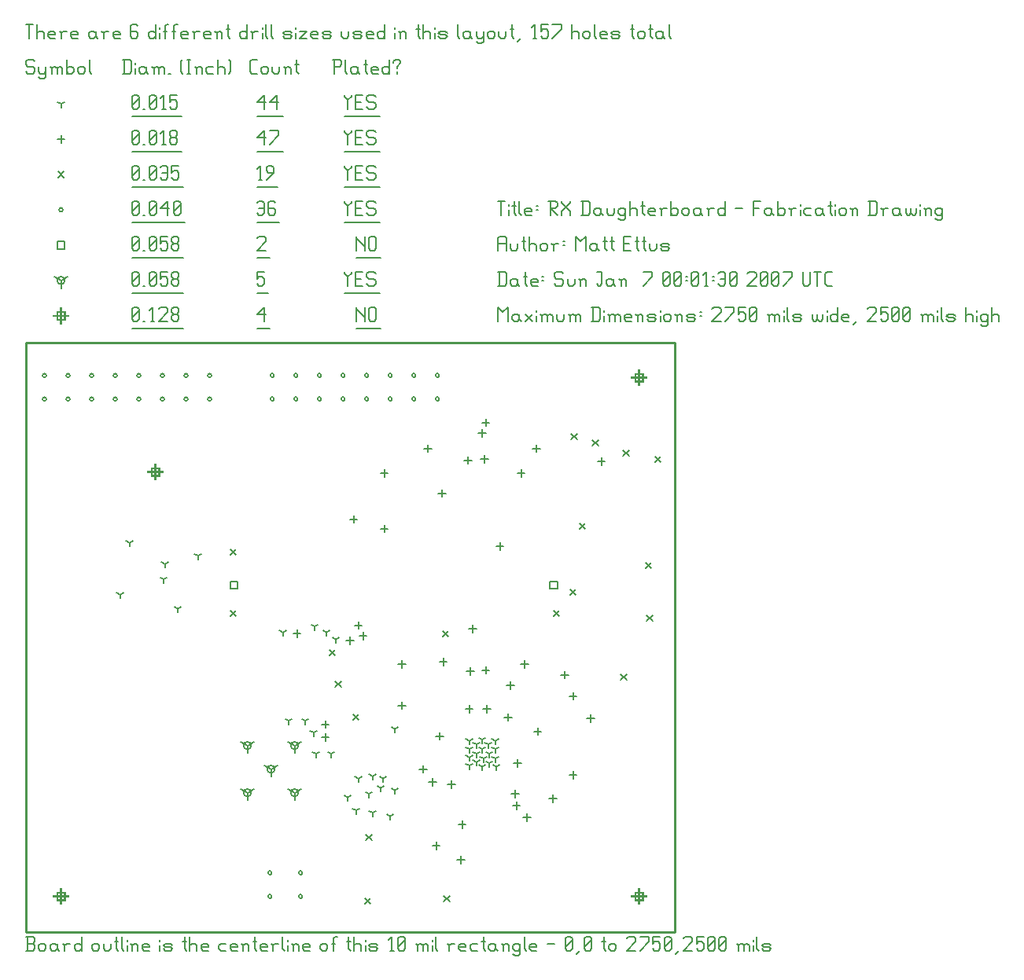
<source format=gbr>
G04 start of page 14 for group -3984 idx -3984
G04 Title: RX Daughterboard, fab *
G04 Creator: pcb-bin 1.99u *
G04 CreationDate: Sun Jan  7 00:01:30 2007 UTC *
G04 For: matt *
G04 Format: Gerber/RS-274X *
G04 PCB-Dimensions: 275000 250000 *
G04 PCB-Coordinate-Origin: lower left *
%MOIN*%
%FSLAX24Y24*%
%LNFAB*%
%ADD11R,0.0080X0.0080*%
%ADD12C,0.0060*%
%ADD13C,0.0100*%
G54D11*X1500Y1820D02*Y1180D01*
X1180Y1500D02*X1820D01*
X1340Y1660D02*X1660D01*
X1340D02*Y1340D01*
X1660D01*
Y1660D02*Y1340D01*
X26000Y1820D02*Y1180D01*
X25680Y1500D02*X26320D01*
X25840Y1660D02*X26160D01*
X25840D02*Y1340D01*
X26160D01*
Y1660D02*Y1340D01*
X26000Y23820D02*Y23180D01*
X25680Y23500D02*X26320D01*
X25840Y23660D02*X26160D01*
X25840D02*Y23340D01*
X26160D01*
Y23660D02*Y23340D01*
X5500Y19820D02*Y19180D01*
X5180Y19500D02*X5820D01*
X5340Y19660D02*X5660D01*
X5340D02*Y19340D01*
X5660D01*
Y19660D02*Y19340D01*
X1500Y26445D02*Y25805D01*
X1180Y26125D02*X1820D01*
X1340Y26285D02*X1660D01*
X1340D02*Y25965D01*
X1660D01*
Y26285D02*Y25965D01*
G54D12*X14000Y26500D02*Y25900D01*
Y26500D02*Y26425D01*
X14375Y26050D01*
Y26500D02*Y25900D01*
X14555Y26425D02*Y25975D01*
Y26425D02*X14630Y26500D01*
X14780D01*
X14855Y26425D01*
Y25975D01*
X14780Y25900D02*X14855Y25975D01*
X14630Y25900D02*X14780D01*
X14555Y25975D02*X14630Y25900D01*
X14000Y25574D02*X15035D01*
X9800Y26200D02*X10100Y26500D01*
X9800Y26200D02*X10175D01*
X10100Y26500D02*Y25900D01*
X9800Y25574D02*X10355D01*
X4500Y25975D02*X4575Y25900D01*
X4500Y26425D02*Y25975D01*
Y26425D02*X4575Y26500D01*
X4725D01*
X4800Y26425D01*
Y25975D01*
X4725Y25900D02*X4800Y25975D01*
X4575Y25900D02*X4725D01*
X4500Y26050D02*X4800Y26350D01*
X4980Y25900D02*X5055D01*
X5310D02*X5460D01*
X5385Y26500D02*Y25900D01*
X5235Y26350D02*X5385Y26500D01*
X5640Y26425D02*X5715Y26500D01*
X5940D01*
X6015Y26425D01*
Y26275D01*
X5640Y25900D02*X6015Y26275D01*
X5640Y25900D02*X6015D01*
X6195Y25975D02*X6270Y25900D01*
X6195Y26125D02*Y25975D01*
Y26125D02*X6270Y26200D01*
X6420D01*
X6495Y26125D01*
Y25975D01*
X6420Y25900D02*X6495Y25975D01*
X6270Y25900D02*X6420D01*
X6195Y26275D02*X6270Y26200D01*
X6195Y26425D02*Y26275D01*
Y26425D02*X6270Y26500D01*
X6420D01*
X6495Y26425D01*
Y26275D01*
X6420Y26200D02*X6495Y26275D01*
X4500Y25574D02*X6675D01*
X10400Y6900D02*Y6580D01*
Y6900D02*X10677Y7060D01*
X10400Y6900D02*X10122Y7060D01*
X10240Y6900D02*G75*G03X10560Y6900I160J0D01*G01*
G75*G03X10240Y6900I-160J0D01*G01*
X11400Y7900D02*Y7580D01*
Y7900D02*X11677Y8060D01*
X11400Y7900D02*X11122Y8060D01*
X11240Y7900D02*G75*G03X11560Y7900I160J0D01*G01*
G75*G03X11240Y7900I-160J0D01*G01*
X11400Y5900D02*Y5580D01*
Y5900D02*X11677Y6060D01*
X11400Y5900D02*X11122Y6060D01*
X11240Y5900D02*G75*G03X11560Y5900I160J0D01*G01*
G75*G03X11240Y5900I-160J0D01*G01*
X9400Y7900D02*Y7580D01*
Y7900D02*X9677Y8060D01*
X9400Y7900D02*X9122Y8060D01*
X9240Y7900D02*G75*G03X9560Y7900I160J0D01*G01*
G75*G03X9240Y7900I-160J0D01*G01*
X9400Y5900D02*Y5580D01*
Y5900D02*X9677Y6060D01*
X9400Y5900D02*X9122Y6060D01*
X9240Y5900D02*G75*G03X9560Y5900I160J0D01*G01*
G75*G03X9240Y5900I-160J0D01*G01*
X8670Y14860D02*X8990D01*
X8670D02*Y14540D01*
X8990D01*
Y14860D02*Y14540D01*
X22213Y14860D02*X22533D01*
X22213D02*Y14540D01*
X22533D01*
Y14860D02*Y14540D01*
X1500Y27625D02*Y27305D01*
Y27625D02*X1777Y27785D01*
X1500Y27625D02*X1222Y27785D01*
X1340Y27625D02*G75*G03X1660Y27625I160J0D01*G01*
G75*G03X1340Y27625I-160J0D01*G01*
X13500Y28000D02*Y27925D01*
X13650Y27775D01*
X13800Y27925D01*
Y28000D02*Y27925D01*
X13650Y27775D02*Y27400D01*
X13980Y27700D02*X14205D01*
X13980Y27400D02*X14280D01*
X13980Y28000D02*Y27400D01*
Y28000D02*X14280D01*
X14760D02*X14835Y27925D01*
X14535Y28000D02*X14760D01*
X14460Y27925D02*X14535Y28000D01*
X14460Y27925D02*Y27775D01*
X14535Y27700D01*
X14760D01*
X14835Y27625D01*
Y27475D01*
X14760Y27400D02*X14835Y27475D01*
X14535Y27400D02*X14760D01*
X14460Y27475D02*X14535Y27400D01*
X13500Y27074D02*X15015D01*
X9800Y28000D02*X10100D01*
X9800D02*Y27700D01*
X9875Y27775D01*
X10025D01*
X10100Y27700D01*
Y27475D01*
X10025Y27400D02*X10100Y27475D01*
X9875Y27400D02*X10025D01*
X9800Y27475D02*X9875Y27400D01*
X9800Y27074D02*X10280D01*
X1340Y29285D02*X1660D01*
X1340D02*Y28965D01*
X1660D01*
Y29285D02*Y28965D01*
X14000Y29500D02*Y28900D01*
Y29500D02*Y29425D01*
X14375Y29050D01*
Y29500D02*Y28900D01*
X14555Y29425D02*Y28975D01*
Y29425D02*X14630Y29500D01*
X14780D01*
X14855Y29425D01*
Y28975D01*
X14780Y28900D02*X14855Y28975D01*
X14630Y28900D02*X14780D01*
X14555Y28975D02*X14630Y28900D01*
X14000Y28574D02*X15035D01*
X9800Y29425D02*X9875Y29500D01*
X10100D01*
X10175Y29425D01*
Y29275D01*
X9800Y28900D02*X10175Y29275D01*
X9800Y28900D02*X10175D01*
X9800Y28574D02*X10355D01*
X4500Y28975D02*X4575Y28900D01*
X4500Y29425D02*Y28975D01*
Y29425D02*X4575Y29500D01*
X4725D01*
X4800Y29425D01*
Y28975D01*
X4725Y28900D02*X4800Y28975D01*
X4575Y28900D02*X4725D01*
X4500Y29050D02*X4800Y29350D01*
X4980Y28900D02*X5055D01*
X5235Y28975D02*X5310Y28900D01*
X5235Y29425D02*Y28975D01*
Y29425D02*X5310Y29500D01*
X5460D01*
X5535Y29425D01*
Y28975D01*
X5460Y28900D02*X5535Y28975D01*
X5310Y28900D02*X5460D01*
X5235Y29050D02*X5535Y29350D01*
X5715Y29500D02*X6015D01*
X5715D02*Y29200D01*
X5790Y29275D01*
X5940D01*
X6015Y29200D01*
Y28975D01*
X5940Y28900D02*X6015Y28975D01*
X5790Y28900D02*X5940D01*
X5715Y28975D02*X5790Y28900D01*
X6195Y28975D02*X6270Y28900D01*
X6195Y29125D02*Y28975D01*
Y29125D02*X6270Y29200D01*
X6420D01*
X6495Y29125D01*
Y28975D01*
X6420Y28900D02*X6495Y28975D01*
X6270Y28900D02*X6420D01*
X6195Y29275D02*X6270Y29200D01*
X6195Y29425D02*Y29275D01*
Y29425D02*X6270Y29500D01*
X6420D01*
X6495Y29425D01*
Y29275D01*
X6420Y29200D02*X6495Y29275D01*
X4500Y28574D02*X6675D01*
X4500Y27475D02*X4575Y27400D01*
X4500Y27925D02*Y27475D01*
Y27925D02*X4575Y28000D01*
X4725D01*
X4800Y27925D01*
Y27475D01*
X4725Y27400D02*X4800Y27475D01*
X4575Y27400D02*X4725D01*
X4500Y27550D02*X4800Y27850D01*
X4980Y27400D02*X5055D01*
X5235Y27475D02*X5310Y27400D01*
X5235Y27925D02*Y27475D01*
Y27925D02*X5310Y28000D01*
X5460D01*
X5535Y27925D01*
Y27475D01*
X5460Y27400D02*X5535Y27475D01*
X5310Y27400D02*X5460D01*
X5235Y27550D02*X5535Y27850D01*
X5715Y28000D02*X6015D01*
X5715D02*Y27700D01*
X5790Y27775D01*
X5940D01*
X6015Y27700D01*
Y27475D01*
X5940Y27400D02*X6015Y27475D01*
X5790Y27400D02*X5940D01*
X5715Y27475D02*X5790Y27400D01*
X6195Y27475D02*X6270Y27400D01*
X6195Y27625D02*Y27475D01*
Y27625D02*X6270Y27700D01*
X6420D01*
X6495Y27625D01*
Y27475D01*
X6420Y27400D02*X6495Y27475D01*
X6270Y27400D02*X6420D01*
X6195Y27775D02*X6270Y27700D01*
X6195Y27925D02*Y27775D01*
Y27925D02*X6270Y28000D01*
X6420D01*
X6495Y27925D01*
Y27775D01*
X6420Y27700D02*X6495Y27775D01*
X4500Y27074D02*X6675D01*
X11570Y2500D02*G75*G03X11730Y2500I80J0D01*G01*
G75*G03X11570Y2500I-80J0D01*G01*
Y1500D02*G75*G03X11730Y1500I80J0D01*G01*
G75*G03X11570Y1500I-80J0D01*G01*
X10370Y22600D02*G75*G03X10530Y22600I80J0D01*G01*
G75*G03X10370Y22600I-80J0D01*G01*
Y23600D02*G75*G03X10530Y23600I80J0D01*G01*
G75*G03X10370Y23600I-80J0D01*G01*
X11370Y22600D02*G75*G03X11530Y22600I80J0D01*G01*
G75*G03X11370Y22600I-80J0D01*G01*
Y23600D02*G75*G03X11530Y23600I80J0D01*G01*
G75*G03X11370Y23600I-80J0D01*G01*
X12370Y22600D02*G75*G03X12530Y22600I80J0D01*G01*
G75*G03X12370Y22600I-80J0D01*G01*
Y23600D02*G75*G03X12530Y23600I80J0D01*G01*
G75*G03X12370Y23600I-80J0D01*G01*
X13370Y22600D02*G75*G03X13530Y22600I80J0D01*G01*
G75*G03X13370Y22600I-80J0D01*G01*
Y23600D02*G75*G03X13530Y23600I80J0D01*G01*
G75*G03X13370Y23600I-80J0D01*G01*
X14370Y22600D02*G75*G03X14530Y22600I80J0D01*G01*
G75*G03X14370Y22600I-80J0D01*G01*
Y23600D02*G75*G03X14530Y23600I80J0D01*G01*
G75*G03X14370Y23600I-80J0D01*G01*
X15370Y22600D02*G75*G03X15530Y22600I80J0D01*G01*
G75*G03X15370Y22600I-80J0D01*G01*
Y23600D02*G75*G03X15530Y23600I80J0D01*G01*
G75*G03X15370Y23600I-80J0D01*G01*
X16370Y22600D02*G75*G03X16530Y22600I80J0D01*G01*
G75*G03X16370Y22600I-80J0D01*G01*
Y23600D02*G75*G03X16530Y23600I80J0D01*G01*
G75*G03X16370Y23600I-80J0D01*G01*
X17370Y22600D02*G75*G03X17530Y22600I80J0D01*G01*
G75*G03X17370Y22600I-80J0D01*G01*
Y23600D02*G75*G03X17530Y23600I80J0D01*G01*
G75*G03X17370Y23600I-80J0D01*G01*
X720Y22600D02*G75*G03X880Y22600I80J0D01*G01*
G75*G03X720Y22600I-80J0D01*G01*
Y23600D02*G75*G03X880Y23600I80J0D01*G01*
G75*G03X720Y23600I-80J0D01*G01*
X1720Y22600D02*G75*G03X1880Y22600I80J0D01*G01*
G75*G03X1720Y22600I-80J0D01*G01*
Y23600D02*G75*G03X1880Y23600I80J0D01*G01*
G75*G03X1720Y23600I-80J0D01*G01*
X2720Y22600D02*G75*G03X2880Y22600I80J0D01*G01*
G75*G03X2720Y22600I-80J0D01*G01*
Y23600D02*G75*G03X2880Y23600I80J0D01*G01*
G75*G03X2720Y23600I-80J0D01*G01*
X3720Y22600D02*G75*G03X3880Y22600I80J0D01*G01*
G75*G03X3720Y22600I-80J0D01*G01*
Y23600D02*G75*G03X3880Y23600I80J0D01*G01*
G75*G03X3720Y23600I-80J0D01*G01*
X4720Y22600D02*G75*G03X4880Y22600I80J0D01*G01*
G75*G03X4720Y22600I-80J0D01*G01*
Y23600D02*G75*G03X4880Y23600I80J0D01*G01*
G75*G03X4720Y23600I-80J0D01*G01*
X5720Y22600D02*G75*G03X5880Y22600I80J0D01*G01*
G75*G03X5720Y22600I-80J0D01*G01*
Y23600D02*G75*G03X5880Y23600I80J0D01*G01*
G75*G03X5720Y23600I-80J0D01*G01*
X6720Y22600D02*G75*G03X6880Y22600I80J0D01*G01*
G75*G03X6720Y22600I-80J0D01*G01*
Y23600D02*G75*G03X6880Y23600I80J0D01*G01*
G75*G03X6720Y23600I-80J0D01*G01*
X7720Y22600D02*G75*G03X7880Y22600I80J0D01*G01*
G75*G03X7720Y22600I-80J0D01*G01*
Y23600D02*G75*G03X7880Y23600I80J0D01*G01*
G75*G03X7720Y23600I-80J0D01*G01*
X10270Y2500D02*G75*G03X10430Y2500I80J0D01*G01*
G75*G03X10270Y2500I-80J0D01*G01*
Y1500D02*G75*G03X10430Y1500I80J0D01*G01*
G75*G03X10270Y1500I-80J0D01*G01*
X1420Y30625D02*G75*G03X1580Y30625I80J0D01*G01*
G75*G03X1420Y30625I-80J0D01*G01*
X13500Y31000D02*Y30925D01*
X13650Y30775D01*
X13800Y30925D01*
Y31000D02*Y30925D01*
X13650Y30775D02*Y30400D01*
X13980Y30700D02*X14205D01*
X13980Y30400D02*X14280D01*
X13980Y31000D02*Y30400D01*
Y31000D02*X14280D01*
X14760D02*X14835Y30925D01*
X14535Y31000D02*X14760D01*
X14460Y30925D02*X14535Y31000D01*
X14460Y30925D02*Y30775D01*
X14535Y30700D01*
X14760D01*
X14835Y30625D01*
Y30475D01*
X14760Y30400D02*X14835Y30475D01*
X14535Y30400D02*X14760D01*
X14460Y30475D02*X14535Y30400D01*
X13500Y30074D02*X15015D01*
X9800Y30925D02*X9875Y31000D01*
X10025D01*
X10100Y30925D01*
Y30475D01*
X10025Y30400D02*X10100Y30475D01*
X9875Y30400D02*X10025D01*
X9800Y30475D02*X9875Y30400D01*
Y30700D02*X10100D01*
X10505Y31000D02*X10580Y30925D01*
X10355Y31000D02*X10505D01*
X10280Y30925D02*X10355Y31000D01*
X10280Y30925D02*Y30475D01*
X10355Y30400D01*
X10505Y30700D02*X10580Y30625D01*
X10280Y30700D02*X10505D01*
X10355Y30400D02*X10505D01*
X10580Y30475D01*
Y30625D02*Y30475D01*
X9800Y30074D02*X10760D01*
X4500Y30475D02*X4575Y30400D01*
X4500Y30925D02*Y30475D01*
Y30925D02*X4575Y31000D01*
X4725D01*
X4800Y30925D01*
Y30475D01*
X4725Y30400D02*X4800Y30475D01*
X4575Y30400D02*X4725D01*
X4500Y30550D02*X4800Y30850D01*
X4980Y30400D02*X5055D01*
X5235Y30475D02*X5310Y30400D01*
X5235Y30925D02*Y30475D01*
Y30925D02*X5310Y31000D01*
X5460D01*
X5535Y30925D01*
Y30475D01*
X5460Y30400D02*X5535Y30475D01*
X5310Y30400D02*X5460D01*
X5235Y30550D02*X5535Y30850D01*
X5715Y30700D02*X6015Y31000D01*
X5715Y30700D02*X6090D01*
X6015Y31000D02*Y30400D01*
X6270Y30475D02*X6345Y30400D01*
X6270Y30925D02*Y30475D01*
Y30925D02*X6345Y31000D01*
X6495D01*
X6570Y30925D01*
Y30475D01*
X6495Y30400D02*X6570Y30475D01*
X6345Y30400D02*X6495D01*
X6270Y30550D02*X6570Y30850D01*
X4500Y30074D02*X6750D01*
X8680Y13620D02*X8920Y13380D01*
X8680D02*X8920Y13620D01*
X8680Y16220D02*X8920Y15980D01*
X8680D02*X8920Y16220D01*
X13130Y10620D02*X13370Y10380D01*
X13130D02*X13370Y10620D01*
X22380Y13620D02*X22620Y13380D01*
X22380D02*X22620Y13620D01*
X25230Y10920D02*X25470Y10680D01*
X25230D02*X25470Y10920D01*
X23080Y14520D02*X23320Y14280D01*
X23080D02*X23320Y14520D01*
X26680Y20170D02*X26920Y19930D01*
X26680D02*X26920Y20170D01*
X25330Y20420D02*X25570Y20180D01*
X25330D02*X25570Y20420D01*
X23130Y21120D02*X23370Y20880D01*
X23130D02*X23370Y21120D01*
X17680Y12770D02*X17920Y12530D01*
X17680D02*X17920Y12770D01*
X13880Y9220D02*X14120Y8980D01*
X13880D02*X14120Y9220D01*
X17730Y1520D02*X17970Y1280D01*
X17730D02*X17970Y1520D01*
X14380Y1420D02*X14620Y1180D01*
X14380D02*X14620Y1420D01*
X12880Y11970D02*X13120Y11730D01*
X12880D02*X13120Y11970D01*
X23480Y17320D02*X23720Y17080D01*
X23480D02*X23720Y17320D01*
X24030Y20870D02*X24270Y20630D01*
X24030D02*X24270Y20870D01*
X26280Y15670D02*X26520Y15430D01*
X26280D02*X26520Y15670D01*
X26330Y13420D02*X26570Y13180D01*
X26330D02*X26570Y13420D01*
X14430Y4120D02*X14670Y3880D01*
X14430D02*X14670Y4120D01*
X1380Y32245D02*X1620Y32005D01*
X1380D02*X1620Y32245D01*
X13500Y32500D02*Y32425D01*
X13650Y32275D01*
X13800Y32425D01*
Y32500D02*Y32425D01*
X13650Y32275D02*Y31900D01*
X13980Y32200D02*X14205D01*
X13980Y31900D02*X14280D01*
X13980Y32500D02*Y31900D01*
Y32500D02*X14280D01*
X14760D02*X14835Y32425D01*
X14535Y32500D02*X14760D01*
X14460Y32425D02*X14535Y32500D01*
X14460Y32425D02*Y32275D01*
X14535Y32200D01*
X14760D01*
X14835Y32125D01*
Y31975D01*
X14760Y31900D02*X14835Y31975D01*
X14535Y31900D02*X14760D01*
X14460Y31975D02*X14535Y31900D01*
X13500Y31574D02*X15015D01*
X9875Y31900D02*X10025D01*
X9950Y32500D02*Y31900D01*
X9800Y32350D02*X9950Y32500D01*
X10205Y31900D02*X10505Y32200D01*
Y32425D02*Y32200D01*
X10430Y32500D02*X10505Y32425D01*
X10280Y32500D02*X10430D01*
X10205Y32425D02*X10280Y32500D01*
X10205Y32425D02*Y32275D01*
X10280Y32200D01*
X10505D01*
X9800Y31574D02*X10685D01*
X4500Y31975D02*X4575Y31900D01*
X4500Y32425D02*Y31975D01*
Y32425D02*X4575Y32500D01*
X4725D01*
X4800Y32425D01*
Y31975D01*
X4725Y31900D02*X4800Y31975D01*
X4575Y31900D02*X4725D01*
X4500Y32050D02*X4800Y32350D01*
X4980Y31900D02*X5055D01*
X5235Y31975D02*X5310Y31900D01*
X5235Y32425D02*Y31975D01*
Y32425D02*X5310Y32500D01*
X5460D01*
X5535Y32425D01*
Y31975D01*
X5460Y31900D02*X5535Y31975D01*
X5310Y31900D02*X5460D01*
X5235Y32050D02*X5535Y32350D01*
X5715Y32425D02*X5790Y32500D01*
X5940D01*
X6015Y32425D01*
Y31975D01*
X5940Y31900D02*X6015Y31975D01*
X5790Y31900D02*X5940D01*
X5715Y31975D02*X5790Y31900D01*
Y32200D02*X6015D01*
X6195Y32500D02*X6495D01*
X6195D02*Y32200D01*
X6270Y32275D01*
X6420D01*
X6495Y32200D01*
Y31975D01*
X6420Y31900D02*X6495Y31975D01*
X6270Y31900D02*X6420D01*
X6195Y31975D02*X6270Y31900D01*
X4500Y31574D02*X6675D01*
X11500Y12810D02*Y12490D01*
X11340Y12650D02*X11660D01*
X17700Y11610D02*Y11290D01*
X17540Y11450D02*X17860D01*
X16850Y7060D02*Y6740D01*
X16690Y6900D02*X17010D01*
X17250Y6510D02*Y6190D01*
X17090Y6350D02*X17410D01*
X20800Y5510D02*Y5190D01*
X20640Y5350D02*X20960D01*
X21650Y20660D02*Y20340D01*
X21490Y20500D02*X21810D01*
X24400Y20110D02*Y19790D01*
X24240Y19950D02*X24560D01*
X21000Y19610D02*Y19290D01*
X20840Y19450D02*X21160D01*
X19350Y21310D02*Y20990D01*
X19190Y21150D02*X19510D01*
X17050Y20660D02*Y20340D01*
X16890Y20500D02*X17210D01*
X19500Y11260D02*Y10940D01*
X19340Y11100D02*X19660D01*
X12700Y8960D02*Y8640D01*
X12540Y8800D02*X12860D01*
X12700Y8410D02*Y8090D01*
X12540Y8250D02*X12860D01*
X19450Y20210D02*Y19890D01*
X19290Y20050D02*X19610D01*
X19500Y21760D02*Y21440D01*
X19340Y21600D02*X19660D01*
X22350Y5810D02*Y5490D01*
X22190Y5650D02*X22510D01*
X23200Y6810D02*Y6490D01*
X23040Y6650D02*X23360D01*
X18450Y3210D02*Y2890D01*
X18290Y3050D02*X18610D01*
X18500Y4710D02*Y4390D01*
X18340Y4550D02*X18660D01*
X17550Y8460D02*Y8140D01*
X17390Y8300D02*X17710D01*
X21700Y8660D02*Y8340D01*
X21540Y8500D02*X21860D01*
X18750Y20160D02*Y19840D01*
X18590Y20000D02*X18910D01*
X21250Y5010D02*Y4690D01*
X21090Y4850D02*X21410D01*
X17400Y3810D02*Y3490D01*
X17240Y3650D02*X17560D01*
X18050Y6410D02*Y6090D01*
X17890Y6250D02*X18210D01*
X19550Y9610D02*Y9290D01*
X19390Y9450D02*X19710D01*
X18800Y9610D02*Y9290D01*
X18640Y9450D02*X18960D01*
X13900Y17660D02*Y17340D01*
X13740Y17500D02*X14060D01*
X20850Y7310D02*Y6990D01*
X20690Y7150D02*X21010D01*
X14100Y13160D02*Y12840D01*
X13940Y13000D02*X14260D01*
X13750Y12510D02*Y12190D01*
X13590Y12350D02*X13910D01*
X14300Y12710D02*Y12390D01*
X14140Y12550D02*X14460D01*
X18850Y11210D02*Y10890D01*
X18690Y11050D02*X19010D01*
X21150Y11510D02*Y11190D01*
X20990Y11350D02*X21310D01*
X23200Y10160D02*Y9840D01*
X23040Y10000D02*X23360D01*
X22850Y11060D02*Y10740D01*
X22690Y10900D02*X23010D01*
X20550Y10610D02*Y10290D01*
X20390Y10450D02*X20710D01*
X23950Y9210D02*Y8890D01*
X23790Y9050D02*X24110D01*
X15950Y11510D02*Y11190D01*
X15790Y11350D02*X16110D01*
X15950Y9760D02*Y9440D01*
X15790Y9600D02*X16110D01*
X20100Y16510D02*Y16190D01*
X19940Y16350D02*X20260D01*
X18950Y13010D02*Y12690D01*
X18790Y12850D02*X19110D01*
X20750Y6010D02*Y5690D01*
X20590Y5850D02*X20910D01*
X20450Y9260D02*Y8940D01*
X20290Y9100D02*X20610D01*
X17650Y18760D02*Y18440D01*
X17490Y18600D02*X17810D01*
X15200Y17260D02*Y16940D01*
X15040Y17100D02*X15360D01*
X15200Y19610D02*Y19290D01*
X15040Y19450D02*X15360D01*
X1500Y33785D02*Y33465D01*
X1340Y33625D02*X1660D01*
X13500Y34000D02*Y33925D01*
X13650Y33775D01*
X13800Y33925D01*
Y34000D02*Y33925D01*
X13650Y33775D02*Y33400D01*
X13980Y33700D02*X14205D01*
X13980Y33400D02*X14280D01*
X13980Y34000D02*Y33400D01*
Y34000D02*X14280D01*
X14760D02*X14835Y33925D01*
X14535Y34000D02*X14760D01*
X14460Y33925D02*X14535Y34000D01*
X14460Y33925D02*Y33775D01*
X14535Y33700D01*
X14760D01*
X14835Y33625D01*
Y33475D01*
X14760Y33400D02*X14835Y33475D01*
X14535Y33400D02*X14760D01*
X14460Y33475D02*X14535Y33400D01*
X13500Y33074D02*X15015D01*
X9800Y33700D02*X10100Y34000D01*
X9800Y33700D02*X10175D01*
X10100Y34000D02*Y33400D01*
X10355D02*X10730Y33775D01*
Y34000D02*Y33775D01*
X10355Y34000D02*X10730D01*
X9800Y33074D02*X10910D01*
X4500Y33475D02*X4575Y33400D01*
X4500Y33925D02*Y33475D01*
Y33925D02*X4575Y34000D01*
X4725D01*
X4800Y33925D01*
Y33475D01*
X4725Y33400D02*X4800Y33475D01*
X4575Y33400D02*X4725D01*
X4500Y33550D02*X4800Y33850D01*
X4980Y33400D02*X5055D01*
X5235Y33475D02*X5310Y33400D01*
X5235Y33925D02*Y33475D01*
Y33925D02*X5310Y34000D01*
X5460D01*
X5535Y33925D01*
Y33475D01*
X5460Y33400D02*X5535Y33475D01*
X5310Y33400D02*X5460D01*
X5235Y33550D02*X5535Y33850D01*
X5790Y33400D02*X5940D01*
X5865Y34000D02*Y33400D01*
X5715Y33850D02*X5865Y34000D01*
X6120Y33475D02*X6195Y33400D01*
X6120Y33625D02*Y33475D01*
Y33625D02*X6195Y33700D01*
X6345D01*
X6420Y33625D01*
Y33475D01*
X6345Y33400D02*X6420Y33475D01*
X6195Y33400D02*X6345D01*
X6120Y33775D02*X6195Y33700D01*
X6120Y33925D02*Y33775D01*
Y33925D02*X6195Y34000D01*
X6345D01*
X6420Y33925D01*
Y33775D01*
X6345Y33700D02*X6420Y33775D01*
X4500Y33074D02*X6600D01*
X5850Y14950D02*Y14790D01*
Y14950D02*X5988Y15030D01*
X5850Y14950D02*X5711Y15030D01*
X4400Y16500D02*Y16340D01*
Y16500D02*X4538Y16580D01*
X4400Y16500D02*X4261Y16580D01*
X5900Y15600D02*Y15440D01*
Y15600D02*X6038Y15680D01*
X5900Y15600D02*X5761Y15680D01*
X12750Y12700D02*Y12540D01*
Y12700D02*X12888Y12780D01*
X12750Y12700D02*X12611Y12780D01*
X7300Y15950D02*Y15790D01*
Y15950D02*X7438Y16030D01*
X7300Y15950D02*X7161Y16030D01*
X10900Y12700D02*Y12540D01*
Y12700D02*X11038Y12780D01*
X10900Y12700D02*X10761Y12780D01*
X6450Y13700D02*Y13540D01*
Y13700D02*X6588Y13780D01*
X6450Y13700D02*X6311Y13780D01*
X13150Y12400D02*Y12240D01*
Y12400D02*X13288Y12480D01*
X13150Y12400D02*X13011Y12480D01*
X4000Y14300D02*Y14140D01*
Y14300D02*X4138Y14380D01*
X4000Y14300D02*X3861Y14380D01*
X19900Y8100D02*Y7940D01*
Y8100D02*X20038Y8180D01*
X19900Y8100D02*X19761Y8180D01*
X15650Y6000D02*Y5840D01*
Y6000D02*X15788Y6080D01*
X15650Y6000D02*X15511Y6080D01*
X15650Y8600D02*Y8440D01*
Y8600D02*X15788Y8680D01*
X15650Y8600D02*X15511Y8680D01*
X12250Y12950D02*Y12790D01*
Y12950D02*X12388Y13030D01*
X12250Y12950D02*X12111Y13030D01*
X18800Y8100D02*Y7940D01*
Y8100D02*X18938Y8180D01*
X18800Y8100D02*X18661Y8180D01*
X18800Y7750D02*Y7590D01*
Y7750D02*X18938Y7830D01*
X18800Y7750D02*X18661Y7830D01*
X18800Y7400D02*Y7240D01*
Y7400D02*X18938Y7480D01*
X18800Y7400D02*X18661Y7480D01*
X18800Y7050D02*Y6890D01*
Y7050D02*X18938Y7130D01*
X18800Y7050D02*X18661Y7130D01*
X19100Y7200D02*Y7040D01*
Y7200D02*X19238Y7280D01*
X19100Y7200D02*X18961Y7280D01*
X19100Y7550D02*Y7390D01*
Y7550D02*X19238Y7630D01*
X19100Y7550D02*X18961Y7630D01*
X19100Y7950D02*Y7790D01*
Y7950D02*X19238Y8030D01*
X19100Y7950D02*X18961Y8030D01*
X19350Y8150D02*Y7990D01*
Y8150D02*X19488Y8230D01*
X19350Y8150D02*X19211Y8230D01*
X19350Y7750D02*Y7590D01*
Y7750D02*X19488Y7830D01*
X19350Y7750D02*X19211Y7830D01*
X19400Y7350D02*Y7190D01*
Y7350D02*X19538Y7430D01*
X19400Y7350D02*X19261Y7430D01*
X19350Y7000D02*Y6840D01*
Y7000D02*X19488Y7080D01*
X19350Y7000D02*X19211Y7080D01*
X19650Y7150D02*Y6990D01*
Y7150D02*X19788Y7230D01*
X19650Y7150D02*X19511Y7230D01*
X19950Y7000D02*Y6840D01*
Y7000D02*X20088Y7080D01*
X19950Y7000D02*X19811Y7080D01*
X19900Y7350D02*Y7190D01*
Y7350D02*X20038Y7430D01*
X19900Y7350D02*X19761Y7430D01*
X19650Y7550D02*Y7390D01*
Y7550D02*X19788Y7630D01*
X19650Y7550D02*X19511Y7630D01*
X19900Y7750D02*Y7590D01*
Y7750D02*X20038Y7830D01*
X19900Y7750D02*X19761Y7830D01*
X19600Y7950D02*Y7790D01*
Y7950D02*X19738Y8030D01*
X19600Y7950D02*X19461Y8030D01*
X15050Y6100D02*Y5940D01*
Y6100D02*X15188Y6180D01*
X15050Y6100D02*X14911Y6180D01*
X12300Y7550D02*Y7390D01*
Y7550D02*X12438Y7630D01*
X12300Y7550D02*X12161Y7630D01*
X11150Y8950D02*Y8790D01*
Y8950D02*X11288Y9030D01*
X11150Y8950D02*X11011Y9030D01*
X11850Y8950D02*Y8790D01*
Y8950D02*X11988Y9030D01*
X11850Y8950D02*X11711Y9030D01*
X12200Y8450D02*Y8290D01*
Y8450D02*X12338Y8530D01*
X12200Y8450D02*X12061Y8530D01*
X14100Y6500D02*Y6340D01*
Y6500D02*X14238Y6580D01*
X14100Y6500D02*X13961Y6580D01*
X14700Y6600D02*Y6440D01*
Y6600D02*X14838Y6680D01*
X14700Y6600D02*X14561Y6680D01*
X15150Y6500D02*Y6340D01*
Y6500D02*X15288Y6580D01*
X15150Y6500D02*X15011Y6580D01*
X13650Y5700D02*Y5540D01*
Y5700D02*X13788Y5780D01*
X13650Y5700D02*X13511Y5780D01*
X14550Y5850D02*Y5690D01*
Y5850D02*X14688Y5930D01*
X14550Y5850D02*X14411Y5930D01*
X14000Y5150D02*Y4990D01*
Y5150D02*X14138Y5230D01*
X14000Y5150D02*X13861Y5230D01*
X14700Y5050D02*Y4890D01*
Y5050D02*X14838Y5130D01*
X14700Y5050D02*X14561Y5130D01*
X15450Y4900D02*Y4740D01*
Y4900D02*X15588Y4980D01*
X15450Y4900D02*X15311Y4980D01*
X12950Y7550D02*Y7390D01*
Y7550D02*X13088Y7630D01*
X12950Y7550D02*X12811Y7630D01*
X1500Y35125D02*Y34965D01*
Y35125D02*X1638Y35205D01*
X1500Y35125D02*X1361Y35205D01*
X13500Y35500D02*Y35425D01*
X13650Y35275D01*
X13800Y35425D01*
Y35500D02*Y35425D01*
X13650Y35275D02*Y34900D01*
X13980Y35200D02*X14205D01*
X13980Y34900D02*X14280D01*
X13980Y35500D02*Y34900D01*
Y35500D02*X14280D01*
X14760D02*X14835Y35425D01*
X14535Y35500D02*X14760D01*
X14460Y35425D02*X14535Y35500D01*
X14460Y35425D02*Y35275D01*
X14535Y35200D01*
X14760D01*
X14835Y35125D01*
Y34975D01*
X14760Y34900D02*X14835Y34975D01*
X14535Y34900D02*X14760D01*
X14460Y34975D02*X14535Y34900D01*
X13500Y34574D02*X15015D01*
X9800Y35200D02*X10100Y35500D01*
X9800Y35200D02*X10175D01*
X10100Y35500D02*Y34900D01*
X10355Y35200D02*X10655Y35500D01*
X10355Y35200D02*X10730D01*
X10655Y35500D02*Y34900D01*
X9800Y34574D02*X10910D01*
X4500Y34975D02*X4575Y34900D01*
X4500Y35425D02*Y34975D01*
Y35425D02*X4575Y35500D01*
X4725D01*
X4800Y35425D01*
Y34975D01*
X4725Y34900D02*X4800Y34975D01*
X4575Y34900D02*X4725D01*
X4500Y35050D02*X4800Y35350D01*
X4980Y34900D02*X5055D01*
X5235Y34975D02*X5310Y34900D01*
X5235Y35425D02*Y34975D01*
Y35425D02*X5310Y35500D01*
X5460D01*
X5535Y35425D01*
Y34975D01*
X5460Y34900D02*X5535Y34975D01*
X5310Y34900D02*X5460D01*
X5235Y35050D02*X5535Y35350D01*
X5790Y34900D02*X5940D01*
X5865Y35500D02*Y34900D01*
X5715Y35350D02*X5865Y35500D01*
X6120D02*X6420D01*
X6120D02*Y35200D01*
X6195Y35275D01*
X6345D01*
X6420Y35200D01*
Y34975D01*
X6345Y34900D02*X6420Y34975D01*
X6195Y34900D02*X6345D01*
X6120Y34975D02*X6195Y34900D01*
X4500Y34574D02*X6600D01*
X300Y37000D02*X375Y36925D01*
X75Y37000D02*X300D01*
X0Y36925D02*X75Y37000D01*
X0Y36925D02*Y36775D01*
X75Y36700D01*
X300D01*
X375Y36625D01*
Y36475D01*
X300Y36400D02*X375Y36475D01*
X75Y36400D02*X300D01*
X0Y36475D02*X75Y36400D01*
X555Y36700D02*Y36475D01*
X630Y36400D01*
X855Y36700D02*Y36250D01*
X780Y36175D02*X855Y36250D01*
X630Y36175D02*X780D01*
X555Y36250D02*X630Y36175D01*
Y36400D02*X780D01*
X855Y36475D01*
X1110Y36625D02*Y36400D01*
Y36625D02*X1185Y36700D01*
X1260D01*
X1335Y36625D01*
Y36400D01*
Y36625D02*X1410Y36700D01*
X1485D01*
X1560Y36625D01*
Y36400D01*
X1035Y36700D02*X1110Y36625D01*
X1740Y37000D02*Y36400D01*
Y36475D02*X1815Y36400D01*
X1965D01*
X2040Y36475D01*
Y36625D02*Y36475D01*
X1965Y36700D02*X2040Y36625D01*
X1815Y36700D02*X1965D01*
X1740Y36625D02*X1815Y36700D01*
X2220Y36625D02*Y36475D01*
Y36625D02*X2295Y36700D01*
X2445D01*
X2520Y36625D01*
Y36475D01*
X2445Y36400D02*X2520Y36475D01*
X2295Y36400D02*X2445D01*
X2220Y36475D02*X2295Y36400D01*
X2700Y37000D02*Y36475D01*
X2775Y36400D01*
X4175Y37000D02*Y36400D01*
X4400Y37000D02*X4475Y36925D01*
Y36475D01*
X4400Y36400D02*X4475Y36475D01*
X4100Y36400D02*X4400D01*
X4100Y37000D02*X4400D01*
X4655Y36850D02*Y36775D01*
Y36625D02*Y36400D01*
X5030Y36700D02*X5105Y36625D01*
X4880Y36700D02*X5030D01*
X4805Y36625D02*X4880Y36700D01*
X4805Y36625D02*Y36475D01*
X4880Y36400D01*
X5105Y36700D02*Y36475D01*
X5180Y36400D01*
X4880D02*X5030D01*
X5105Y36475D01*
X5435Y36625D02*Y36400D01*
Y36625D02*X5510Y36700D01*
X5585D01*
X5660Y36625D01*
Y36400D01*
Y36625D02*X5735Y36700D01*
X5810D01*
X5885Y36625D01*
Y36400D01*
X5360Y36700D02*X5435Y36625D01*
X6065Y36400D02*X6140D01*
X6590Y36475D02*X6665Y36400D01*
X6590Y36925D02*X6665Y37000D01*
X6590Y36925D02*Y36475D01*
X6845Y37000D02*X6995D01*
X6920D02*Y36400D01*
X6845D02*X6995D01*
X7251Y36625D02*Y36400D01*
Y36625D02*X7326Y36700D01*
X7401D01*
X7476Y36625D01*
Y36400D01*
X7176Y36700D02*X7251Y36625D01*
X7731Y36700D02*X7956D01*
X7656Y36625D02*X7731Y36700D01*
X7656Y36625D02*Y36475D01*
X7731Y36400D01*
X7956D01*
X8136Y37000D02*Y36400D01*
Y36625D02*X8211Y36700D01*
X8361D01*
X8436Y36625D01*
Y36400D01*
X8616Y37000D02*X8691Y36925D01*
Y36475D01*
X8616Y36400D02*X8691Y36475D01*
X9575Y36400D02*X9800D01*
X9500Y36475D02*X9575Y36400D01*
X9500Y36925D02*Y36475D01*
Y36925D02*X9575Y37000D01*
X9800D01*
X9980Y36625D02*Y36475D01*
Y36625D02*X10055Y36700D01*
X10205D01*
X10280Y36625D01*
Y36475D01*
X10205Y36400D02*X10280Y36475D01*
X10055Y36400D02*X10205D01*
X9980Y36475D02*X10055Y36400D01*
X10460Y36700D02*Y36475D01*
X10535Y36400D01*
X10685D01*
X10760Y36475D01*
Y36700D02*Y36475D01*
X11015Y36625D02*Y36400D01*
Y36625D02*X11090Y36700D01*
X11165D01*
X11240Y36625D01*
Y36400D01*
X10940Y36700D02*X11015Y36625D01*
X11495Y37000D02*Y36475D01*
X11570Y36400D01*
X11420Y36775D02*X11570D01*
X13075Y37000D02*Y36400D01*
X13000Y37000D02*X13300D01*
X13375Y36925D01*
Y36775D01*
X13300Y36700D02*X13375Y36775D01*
X13075Y36700D02*X13300D01*
X13555Y37000D02*Y36475D01*
X13630Y36400D01*
X14005Y36700D02*X14080Y36625D01*
X13855Y36700D02*X14005D01*
X13780Y36625D02*X13855Y36700D01*
X13780Y36625D02*Y36475D01*
X13855Y36400D01*
X14080Y36700D02*Y36475D01*
X14155Y36400D01*
X13855D02*X14005D01*
X14080Y36475D01*
X14410Y37000D02*Y36475D01*
X14485Y36400D01*
X14335Y36775D02*X14485D01*
X14710Y36400D02*X14935D01*
X14635Y36475D02*X14710Y36400D01*
X14635Y36625D02*Y36475D01*
Y36625D02*X14710Y36700D01*
X14860D01*
X14935Y36625D01*
X14635Y36550D02*X14935D01*
Y36625D02*Y36550D01*
X15415Y37000D02*Y36400D01*
X15340D02*X15415Y36475D01*
X15190Y36400D02*X15340D01*
X15115Y36475D02*X15190Y36400D01*
X15115Y36625D02*Y36475D01*
Y36625D02*X15190Y36700D01*
X15340D01*
X15415Y36625D01*
X15745Y36700D02*Y36625D01*
Y36475D02*Y36400D01*
X15595Y36925D02*Y36850D01*
Y36925D02*X15670Y37000D01*
X15820D01*
X15895Y36925D01*
Y36850D01*
X15745Y36700D02*X15895Y36850D01*
X0Y38500D02*X300D01*
X150D02*Y37900D01*
X480Y38500D02*Y37900D01*
Y38125D02*X555Y38200D01*
X705D01*
X780Y38125D01*
Y37900D01*
X1035D02*X1260D01*
X960Y37975D02*X1035Y37900D01*
X960Y38125D02*Y37975D01*
Y38125D02*X1035Y38200D01*
X1185D01*
X1260Y38125D01*
X960Y38050D02*X1260D01*
Y38125D02*Y38050D01*
X1515Y38125D02*Y37900D01*
Y38125D02*X1590Y38200D01*
X1740D01*
X1440D02*X1515Y38125D01*
X1995Y37900D02*X2220D01*
X1920Y37975D02*X1995Y37900D01*
X1920Y38125D02*Y37975D01*
Y38125D02*X1995Y38200D01*
X2145D01*
X2220Y38125D01*
X1920Y38050D02*X2220D01*
Y38125D02*Y38050D01*
X2895Y38200D02*X2970Y38125D01*
X2745Y38200D02*X2895D01*
X2670Y38125D02*X2745Y38200D01*
X2670Y38125D02*Y37975D01*
X2745Y37900D01*
X2970Y38200D02*Y37975D01*
X3045Y37900D01*
X2745D02*X2895D01*
X2970Y37975D01*
X3300Y38125D02*Y37900D01*
Y38125D02*X3375Y38200D01*
X3525D01*
X3225D02*X3300Y38125D01*
X3781Y37900D02*X4006D01*
X3706Y37975D02*X3781Y37900D01*
X3706Y38125D02*Y37975D01*
Y38125D02*X3781Y38200D01*
X3931D01*
X4006Y38125D01*
X3706Y38050D02*X4006D01*
Y38125D02*Y38050D01*
X4681Y38500D02*X4756Y38425D01*
X4531Y38500D02*X4681D01*
X4456Y38425D02*X4531Y38500D01*
X4456Y38425D02*Y37975D01*
X4531Y37900D01*
X4681Y38200D02*X4756Y38125D01*
X4456Y38200D02*X4681D01*
X4531Y37900D02*X4681D01*
X4756Y37975D01*
Y38125D02*Y37975D01*
X5506Y38500D02*Y37900D01*
X5431D02*X5506Y37975D01*
X5281Y37900D02*X5431D01*
X5206Y37975D02*X5281Y37900D01*
X5206Y38125D02*Y37975D01*
Y38125D02*X5281Y38200D01*
X5431D01*
X5506Y38125D01*
X5686Y38350D02*Y38275D01*
Y38125D02*Y37900D01*
X5911Y38425D02*Y37900D01*
Y38425D02*X5986Y38500D01*
X6061D01*
X5836Y38200D02*X5986D01*
X6286Y38425D02*Y37900D01*
Y38425D02*X6361Y38500D01*
X6436D01*
X6211Y38200D02*X6361D01*
X6661Y37900D02*X6886D01*
X6586Y37975D02*X6661Y37900D01*
X6586Y38125D02*Y37975D01*
Y38125D02*X6661Y38200D01*
X6811D01*
X6886Y38125D01*
X6586Y38050D02*X6886D01*
Y38125D02*Y38050D01*
X7142Y38125D02*Y37900D01*
Y38125D02*X7217Y38200D01*
X7367D01*
X7067D02*X7142Y38125D01*
X7622Y37900D02*X7847D01*
X7547Y37975D02*X7622Y37900D01*
X7547Y38125D02*Y37975D01*
Y38125D02*X7622Y38200D01*
X7772D01*
X7847Y38125D01*
X7547Y38050D02*X7847D01*
Y38125D02*Y38050D01*
X8102Y38125D02*Y37900D01*
Y38125D02*X8177Y38200D01*
X8252D01*
X8327Y38125D01*
Y37900D01*
X8027Y38200D02*X8102Y38125D01*
X8582Y38500D02*Y37975D01*
X8657Y37900D01*
X8507Y38275D02*X8657D01*
X9377Y38500D02*Y37900D01*
X9302D02*X9377Y37975D01*
X9152Y37900D02*X9302D01*
X9077Y37975D02*X9152Y37900D01*
X9077Y38125D02*Y37975D01*
Y38125D02*X9152Y38200D01*
X9302D01*
X9377Y38125D01*
X9632D02*Y37900D01*
Y38125D02*X9707Y38200D01*
X9857D01*
X9557D02*X9632Y38125D01*
X10038Y38350D02*Y38275D01*
Y38125D02*Y37900D01*
X10188Y38500D02*Y37975D01*
X10263Y37900D01*
X10413Y38500D02*Y37975D01*
X10488Y37900D01*
X10983D02*X11208D01*
X11283Y37975D01*
X11208Y38050D02*X11283Y37975D01*
X10983Y38050D02*X11208D01*
X10908Y38125D02*X10983Y38050D01*
X10908Y38125D02*X10983Y38200D01*
X11208D01*
X11283Y38125D01*
X10908Y37975D02*X10983Y37900D01*
X11463Y38350D02*Y38275D01*
Y38125D02*Y37900D01*
X11613Y38200D02*X11913D01*
X11613Y37900D02*X11913Y38200D01*
X11613Y37900D02*X11913D01*
X12168D02*X12393D01*
X12093Y37975D02*X12168Y37900D01*
X12093Y38125D02*Y37975D01*
Y38125D02*X12168Y38200D01*
X12318D01*
X12393Y38125D01*
X12093Y38050D02*X12393D01*
Y38125D02*Y38050D01*
X12649Y37900D02*X12874D01*
X12949Y37975D01*
X12874Y38050D02*X12949Y37975D01*
X12649Y38050D02*X12874D01*
X12574Y38125D02*X12649Y38050D01*
X12574Y38125D02*X12649Y38200D01*
X12874D01*
X12949Y38125D01*
X12574Y37975D02*X12649Y37900D01*
X13399Y38200D02*Y37975D01*
X13474Y37900D01*
X13624D01*
X13699Y37975D01*
Y38200D02*Y37975D01*
X13954Y37900D02*X14179D01*
X14254Y37975D01*
X14179Y38050D02*X14254Y37975D01*
X13954Y38050D02*X14179D01*
X13879Y38125D02*X13954Y38050D01*
X13879Y38125D02*X13954Y38200D01*
X14179D01*
X14254Y38125D01*
X13879Y37975D02*X13954Y37900D01*
X14509D02*X14734D01*
X14434Y37975D02*X14509Y37900D01*
X14434Y38125D02*Y37975D01*
Y38125D02*X14509Y38200D01*
X14659D01*
X14734Y38125D01*
X14434Y38050D02*X14734D01*
Y38125D02*Y38050D01*
X15214Y38500D02*Y37900D01*
X15139D02*X15214Y37975D01*
X14989Y37900D02*X15139D01*
X14914Y37975D02*X14989Y37900D01*
X14914Y38125D02*Y37975D01*
Y38125D02*X14989Y38200D01*
X15139D01*
X15214Y38125D01*
X15664Y38350D02*Y38275D01*
Y38125D02*Y37900D01*
X15889Y38125D02*Y37900D01*
Y38125D02*X15964Y38200D01*
X16039D01*
X16114Y38125D01*
Y37900D01*
X15814Y38200D02*X15889Y38125D01*
X16640Y38500D02*Y37975D01*
X16715Y37900D01*
X16565Y38275D02*X16715D01*
X16865Y38500D02*Y37900D01*
Y38125D02*X16940Y38200D01*
X17090D01*
X17165Y38125D01*
Y37900D01*
X17345Y38350D02*Y38275D01*
Y38125D02*Y37900D01*
X17570D02*X17795D01*
X17870Y37975D01*
X17795Y38050D02*X17870Y37975D01*
X17570Y38050D02*X17795D01*
X17495Y38125D02*X17570Y38050D01*
X17495Y38125D02*X17570Y38200D01*
X17795D01*
X17870Y38125D01*
X17495Y37975D02*X17570Y37900D01*
X18320Y38500D02*Y37975D01*
X18395Y37900D01*
X18770Y38200D02*X18845Y38125D01*
X18620Y38200D02*X18770D01*
X18545Y38125D02*X18620Y38200D01*
X18545Y38125D02*Y37975D01*
X18620Y37900D01*
X18845Y38200D02*Y37975D01*
X18920Y37900D01*
X18620D02*X18770D01*
X18845Y37975D01*
X19101Y38200D02*Y37975D01*
X19176Y37900D01*
X19401Y38200D02*Y37750D01*
X19326Y37675D02*X19401Y37750D01*
X19176Y37675D02*X19326D01*
X19101Y37750D02*X19176Y37675D01*
Y37900D02*X19326D01*
X19401Y37975D01*
X19581Y38125D02*Y37975D01*
Y38125D02*X19656Y38200D01*
X19806D01*
X19881Y38125D01*
Y37975D01*
X19806Y37900D02*X19881Y37975D01*
X19656Y37900D02*X19806D01*
X19581Y37975D02*X19656Y37900D01*
X20061Y38200D02*Y37975D01*
X20136Y37900D01*
X20286D01*
X20361Y37975D01*
Y38200D02*Y37975D01*
X20616Y38500D02*Y37975D01*
X20691Y37900D01*
X20541Y38275D02*X20691D01*
X20841Y37750D02*X20991Y37900D01*
X21516D02*X21666D01*
X21591Y38500D02*Y37900D01*
X21441Y38350D02*X21591Y38500D01*
X21846D02*X22146D01*
X21846D02*Y38200D01*
X21921Y38275D01*
X22071D01*
X22146Y38200D01*
Y37975D01*
X22071Y37900D02*X22146Y37975D01*
X21921Y37900D02*X22071D01*
X21846Y37975D02*X21921Y37900D01*
X22327D02*X22702Y38275D01*
Y38500D02*Y38275D01*
X22327Y38500D02*X22702D01*
X23152D02*Y37900D01*
Y38125D02*X23227Y38200D01*
X23377D01*
X23452Y38125D01*
Y37900D01*
X23632Y38125D02*Y37975D01*
Y38125D02*X23707Y38200D01*
X23857D01*
X23932Y38125D01*
Y37975D01*
X23857Y37900D02*X23932Y37975D01*
X23707Y37900D02*X23857D01*
X23632Y37975D02*X23707Y37900D01*
X24112Y38500D02*Y37975D01*
X24187Y37900D01*
X24412D02*X24637D01*
X24337Y37975D02*X24412Y37900D01*
X24337Y38125D02*Y37975D01*
Y38125D02*X24412Y38200D01*
X24562D01*
X24637Y38125D01*
X24337Y38050D02*X24637D01*
Y38125D02*Y38050D01*
X24892Y37900D02*X25117D01*
X25192Y37975D01*
X25117Y38050D02*X25192Y37975D01*
X24892Y38050D02*X25117D01*
X24817Y38125D02*X24892Y38050D01*
X24817Y38125D02*X24892Y38200D01*
X25117D01*
X25192Y38125D01*
X24817Y37975D02*X24892Y37900D01*
X25717Y38500D02*Y37975D01*
X25792Y37900D01*
X25642Y38275D02*X25792D01*
X25943Y38125D02*Y37975D01*
Y38125D02*X26018Y38200D01*
X26168D01*
X26243Y38125D01*
Y37975D01*
X26168Y37900D02*X26243Y37975D01*
X26018Y37900D02*X26168D01*
X25943Y37975D02*X26018Y37900D01*
X26498Y38500D02*Y37975D01*
X26573Y37900D01*
X26423Y38275D02*X26573D01*
X26948Y38200D02*X27023Y38125D01*
X26798Y38200D02*X26948D01*
X26723Y38125D02*X26798Y38200D01*
X26723Y38125D02*Y37975D01*
X26798Y37900D01*
X27023Y38200D02*Y37975D01*
X27098Y37900D01*
X26798D02*X26948D01*
X27023Y37975D01*
X27278Y38500D02*Y37975D01*
X27353Y37900D01*
G54D13*X0Y25000D02*X27500D01*
X0D02*Y0D01*
X27500Y25000D02*Y0D01*
X0D02*X27500D01*
G54D12*X20000Y26500D02*Y25900D01*
Y26500D02*X20225Y26275D01*
X20450Y26500D01*
Y25900D01*
X20855Y26200D02*X20930Y26125D01*
X20705Y26200D02*X20855D01*
X20630Y26125D02*X20705Y26200D01*
X20630Y26125D02*Y25975D01*
X20705Y25900D01*
X20930Y26200D02*Y25975D01*
X21005Y25900D01*
X20705D02*X20855D01*
X20930Y25975D01*
X21185Y26200D02*X21485Y25900D01*
X21185D02*X21485Y26200D01*
X21665Y26350D02*Y26275D01*
Y26125D02*Y25900D01*
X21890Y26125D02*Y25900D01*
Y26125D02*X21965Y26200D01*
X22040D01*
X22115Y26125D01*
Y25900D01*
Y26125D02*X22190Y26200D01*
X22265D01*
X22340Y26125D01*
Y25900D01*
X21815Y26200D02*X21890Y26125D01*
X22520Y26200D02*Y25975D01*
X22595Y25900D01*
X22745D01*
X22820Y25975D01*
Y26200D02*Y25975D01*
X23075Y26125D02*Y25900D01*
Y26125D02*X23150Y26200D01*
X23225D01*
X23300Y26125D01*
Y25900D01*
Y26125D02*X23375Y26200D01*
X23450D01*
X23525Y26125D01*
Y25900D01*
X23000Y26200D02*X23075Y26125D01*
X24051Y26500D02*Y25900D01*
X24276Y26500D02*X24351Y26425D01*
Y25975D01*
X24276Y25900D02*X24351Y25975D01*
X23976Y25900D02*X24276D01*
X23976Y26500D02*X24276D01*
X24531Y26350D02*Y26275D01*
Y26125D02*Y25900D01*
X24756Y26125D02*Y25900D01*
Y26125D02*X24831Y26200D01*
X24906D01*
X24981Y26125D01*
Y25900D01*
Y26125D02*X25056Y26200D01*
X25131D01*
X25206Y26125D01*
Y25900D01*
X24681Y26200D02*X24756Y26125D01*
X25461Y25900D02*X25686D01*
X25386Y25975D02*X25461Y25900D01*
X25386Y26125D02*Y25975D01*
Y26125D02*X25461Y26200D01*
X25611D01*
X25686Y26125D01*
X25386Y26050D02*X25686D01*
Y26125D02*Y26050D01*
X25941Y26125D02*Y25900D01*
Y26125D02*X26016Y26200D01*
X26091D01*
X26166Y26125D01*
Y25900D01*
X25866Y26200D02*X25941Y26125D01*
X26421Y25900D02*X26646D01*
X26721Y25975D01*
X26646Y26050D02*X26721Y25975D01*
X26421Y26050D02*X26646D01*
X26346Y26125D02*X26421Y26050D01*
X26346Y26125D02*X26421Y26200D01*
X26646D01*
X26721Y26125D01*
X26346Y25975D02*X26421Y25900D01*
X26901Y26350D02*Y26275D01*
Y26125D02*Y25900D01*
X27052Y26125D02*Y25975D01*
Y26125D02*X27127Y26200D01*
X27277D01*
X27352Y26125D01*
Y25975D01*
X27277Y25900D02*X27352Y25975D01*
X27127Y25900D02*X27277D01*
X27052Y25975D02*X27127Y25900D01*
X27607Y26125D02*Y25900D01*
Y26125D02*X27682Y26200D01*
X27757D01*
X27832Y26125D01*
Y25900D01*
X27532Y26200D02*X27607Y26125D01*
X28087Y25900D02*X28312D01*
X28387Y25975D01*
X28312Y26050D02*X28387Y25975D01*
X28087Y26050D02*X28312D01*
X28012Y26125D02*X28087Y26050D01*
X28012Y26125D02*X28087Y26200D01*
X28312D01*
X28387Y26125D01*
X28012Y25975D02*X28087Y25900D01*
X28567Y26275D02*X28642D01*
X28567Y26125D02*X28642D01*
X29092Y26425D02*X29167Y26500D01*
X29392D01*
X29467Y26425D01*
Y26275D01*
X29092Y25900D02*X29467Y26275D01*
X29092Y25900D02*X29467D01*
X29647D02*X30022Y26275D01*
Y26500D02*Y26275D01*
X29647Y26500D02*X30022D01*
X30203D02*X30503D01*
X30203D02*Y26200D01*
X30278Y26275D01*
X30428D01*
X30503Y26200D01*
Y25975D01*
X30428Y25900D02*X30503Y25975D01*
X30278Y25900D02*X30428D01*
X30203Y25975D02*X30278Y25900D01*
X30683Y25975D02*X30758Y25900D01*
X30683Y26425D02*Y25975D01*
Y26425D02*X30758Y26500D01*
X30908D01*
X30983Y26425D01*
Y25975D01*
X30908Y25900D02*X30983Y25975D01*
X30758Y25900D02*X30908D01*
X30683Y26050D02*X30983Y26350D01*
X31508Y26125D02*Y25900D01*
Y26125D02*X31583Y26200D01*
X31658D01*
X31733Y26125D01*
Y25900D01*
Y26125D02*X31808Y26200D01*
X31883D01*
X31958Y26125D01*
Y25900D01*
X31433Y26200D02*X31508Y26125D01*
X32138Y26350D02*Y26275D01*
Y26125D02*Y25900D01*
X32288Y26500D02*Y25975D01*
X32363Y25900D01*
X32588D02*X32813D01*
X32888Y25975D01*
X32813Y26050D02*X32888Y25975D01*
X32588Y26050D02*X32813D01*
X32513Y26125D02*X32588Y26050D01*
X32513Y26125D02*X32588Y26200D01*
X32813D01*
X32888Y26125D01*
X32513Y25975D02*X32588Y25900D01*
X33338Y26200D02*Y25975D01*
X33413Y25900D01*
X33488D01*
X33563Y25975D01*
Y26200D02*Y25975D01*
X33638Y25900D01*
X33713D01*
X33788Y25975D01*
Y26200D02*Y25975D01*
X33969Y26350D02*Y26275D01*
Y26125D02*Y25900D01*
X34419Y26500D02*Y25900D01*
X34344D02*X34419Y25975D01*
X34194Y25900D02*X34344D01*
X34119Y25975D02*X34194Y25900D01*
X34119Y26125D02*Y25975D01*
Y26125D02*X34194Y26200D01*
X34344D01*
X34419Y26125D01*
X34674Y25900D02*X34899D01*
X34599Y25975D02*X34674Y25900D01*
X34599Y26125D02*Y25975D01*
Y26125D02*X34674Y26200D01*
X34824D01*
X34899Y26125D01*
X34599Y26050D02*X34899D01*
Y26125D02*Y26050D01*
X35079Y25750D02*X35229Y25900D01*
X35679Y26425D02*X35754Y26500D01*
X35979D01*
X36054Y26425D01*
Y26275D01*
X35679Y25900D02*X36054Y26275D01*
X35679Y25900D02*X36054D01*
X36234Y26500D02*X36534D01*
X36234D02*Y26200D01*
X36309Y26275D01*
X36459D01*
X36534Y26200D01*
Y25975D01*
X36459Y25900D02*X36534Y25975D01*
X36309Y25900D02*X36459D01*
X36234Y25975D02*X36309Y25900D01*
X36714Y25975D02*X36789Y25900D01*
X36714Y26425D02*Y25975D01*
Y26425D02*X36789Y26500D01*
X36939D01*
X37014Y26425D01*
Y25975D01*
X36939Y25900D02*X37014Y25975D01*
X36789Y25900D02*X36939D01*
X36714Y26050D02*X37014Y26350D01*
X37195Y25975D02*X37270Y25900D01*
X37195Y26425D02*Y25975D01*
Y26425D02*X37270Y26500D01*
X37420D01*
X37495Y26425D01*
Y25975D01*
X37420Y25900D02*X37495Y25975D01*
X37270Y25900D02*X37420D01*
X37195Y26050D02*X37495Y26350D01*
X38020Y26125D02*Y25900D01*
Y26125D02*X38095Y26200D01*
X38170D01*
X38245Y26125D01*
Y25900D01*
Y26125D02*X38320Y26200D01*
X38395D01*
X38470Y26125D01*
Y25900D01*
X37945Y26200D02*X38020Y26125D01*
X38650Y26350D02*Y26275D01*
Y26125D02*Y25900D01*
X38800Y26500D02*Y25975D01*
X38875Y25900D01*
X39100D02*X39325D01*
X39400Y25975D01*
X39325Y26050D02*X39400Y25975D01*
X39100Y26050D02*X39325D01*
X39025Y26125D02*X39100Y26050D01*
X39025Y26125D02*X39100Y26200D01*
X39325D01*
X39400Y26125D01*
X39025Y25975D02*X39100Y25900D01*
X39850Y26500D02*Y25900D01*
Y26125D02*X39925Y26200D01*
X40075D01*
X40150Y26125D01*
Y25900D01*
X40331Y26350D02*Y26275D01*
Y26125D02*Y25900D01*
X40706Y26200D02*X40781Y26125D01*
X40556Y26200D02*X40706D01*
X40481Y26125D02*X40556Y26200D01*
X40481Y26125D02*Y25975D01*
X40556Y25900D01*
X40706D01*
X40781Y25975D01*
X40481Y25750D02*X40556Y25675D01*
X40706D01*
X40781Y25750D01*
Y26200D02*Y25750D01*
X40961Y26500D02*Y25900D01*
Y26125D02*X41036Y26200D01*
X41186D01*
X41261Y26125D01*
Y25900D01*
X0Y-800D02*X300D01*
X375Y-725D01*
Y-575D02*Y-725D01*
X300Y-500D02*X375Y-575D01*
X75Y-500D02*X300D01*
X75Y-200D02*Y-800D01*
X0Y-200D02*X300D01*
X375Y-275D01*
Y-425D01*
X300Y-500D02*X375Y-425D01*
X555Y-575D02*Y-725D01*
Y-575D02*X630Y-500D01*
X780D01*
X855Y-575D01*
Y-725D01*
X780Y-800D02*X855Y-725D01*
X630Y-800D02*X780D01*
X555Y-725D02*X630Y-800D01*
X1260Y-500D02*X1335Y-575D01*
X1110Y-500D02*X1260D01*
X1035Y-575D02*X1110Y-500D01*
X1035Y-575D02*Y-725D01*
X1110Y-800D01*
X1335Y-500D02*Y-725D01*
X1410Y-800D01*
X1110D02*X1260D01*
X1335Y-725D01*
X1665Y-575D02*Y-800D01*
Y-575D02*X1740Y-500D01*
X1890D01*
X1590D02*X1665Y-575D01*
X2370Y-200D02*Y-800D01*
X2295D02*X2370Y-725D01*
X2145Y-800D02*X2295D01*
X2070Y-725D02*X2145Y-800D01*
X2070Y-575D02*Y-725D01*
Y-575D02*X2145Y-500D01*
X2295D01*
X2370Y-575D01*
X2820D02*Y-725D01*
Y-575D02*X2895Y-500D01*
X3045D01*
X3120Y-575D01*
Y-725D01*
X3045Y-800D02*X3120Y-725D01*
X2895Y-800D02*X3045D01*
X2820Y-725D02*X2895Y-800D01*
X3300Y-500D02*Y-725D01*
X3375Y-800D01*
X3525D01*
X3600Y-725D01*
Y-500D02*Y-725D01*
X3856Y-200D02*Y-725D01*
X3931Y-800D01*
X3781Y-425D02*X3931D01*
X4081Y-200D02*Y-725D01*
X4156Y-800D01*
X4306Y-350D02*Y-425D01*
Y-575D02*Y-800D01*
X4531Y-575D02*Y-800D01*
Y-575D02*X4606Y-500D01*
X4681D01*
X4756Y-575D01*
Y-800D01*
X4456Y-500D02*X4531Y-575D01*
X5011Y-800D02*X5236D01*
X4936Y-725D02*X5011Y-800D01*
X4936Y-575D02*Y-725D01*
Y-575D02*X5011Y-500D01*
X5161D01*
X5236Y-575D01*
X4936Y-650D02*X5236D01*
Y-575D02*Y-650D01*
X5686Y-350D02*Y-425D01*
Y-575D02*Y-800D01*
X5911D02*X6136D01*
X6211Y-725D01*
X6136Y-650D02*X6211Y-725D01*
X5911Y-650D02*X6136D01*
X5836Y-575D02*X5911Y-650D01*
X5836Y-575D02*X5911Y-500D01*
X6136D01*
X6211Y-575D01*
X5836Y-725D02*X5911Y-800D01*
X6737Y-200D02*Y-725D01*
X6812Y-800D01*
X6662Y-425D02*X6812D01*
X6962Y-200D02*Y-800D01*
Y-575D02*X7037Y-500D01*
X7187D01*
X7262Y-575D01*
Y-800D01*
X7517D02*X7742D01*
X7442Y-725D02*X7517Y-800D01*
X7442Y-575D02*Y-725D01*
Y-575D02*X7517Y-500D01*
X7667D01*
X7742Y-575D01*
X7442Y-650D02*X7742D01*
Y-575D02*Y-650D01*
X8267Y-500D02*X8492D01*
X8192Y-575D02*X8267Y-500D01*
X8192Y-575D02*Y-725D01*
X8267Y-800D01*
X8492D01*
X8747D02*X8972D01*
X8672Y-725D02*X8747Y-800D01*
X8672Y-575D02*Y-725D01*
Y-575D02*X8747Y-500D01*
X8897D01*
X8972Y-575D01*
X8672Y-650D02*X8972D01*
Y-575D02*Y-650D01*
X9227Y-575D02*Y-800D01*
Y-575D02*X9302Y-500D01*
X9377D01*
X9452Y-575D01*
Y-800D01*
X9152Y-500D02*X9227Y-575D01*
X9708Y-200D02*Y-725D01*
X9783Y-800D01*
X9633Y-425D02*X9783D01*
X10008Y-800D02*X10233D01*
X9933Y-725D02*X10008Y-800D01*
X9933Y-575D02*Y-725D01*
Y-575D02*X10008Y-500D01*
X10158D01*
X10233Y-575D01*
X9933Y-650D02*X10233D01*
Y-575D02*Y-650D01*
X10488Y-575D02*Y-800D01*
Y-575D02*X10563Y-500D01*
X10713D01*
X10413D02*X10488Y-575D01*
X10893Y-200D02*Y-725D01*
X10968Y-800D01*
X11118Y-350D02*Y-425D01*
Y-575D02*Y-800D01*
X11343Y-575D02*Y-800D01*
Y-575D02*X11418Y-500D01*
X11493D01*
X11568Y-575D01*
Y-800D01*
X11268Y-500D02*X11343Y-575D01*
X11823Y-800D02*X12048D01*
X11748Y-725D02*X11823Y-800D01*
X11748Y-575D02*Y-725D01*
Y-575D02*X11823Y-500D01*
X11973D01*
X12048Y-575D01*
X11748Y-650D02*X12048D01*
Y-575D02*Y-650D01*
X12499Y-575D02*Y-725D01*
Y-575D02*X12574Y-500D01*
X12724D01*
X12799Y-575D01*
Y-725D01*
X12724Y-800D02*X12799Y-725D01*
X12574Y-800D02*X12724D01*
X12499Y-725D02*X12574Y-800D01*
X13054Y-275D02*Y-800D01*
Y-275D02*X13129Y-200D01*
X13204D01*
X12979Y-500D02*X13129D01*
X13699Y-200D02*Y-725D01*
X13774Y-800D01*
X13624Y-425D02*X13774D01*
X13924Y-200D02*Y-800D01*
Y-575D02*X13999Y-500D01*
X14149D01*
X14224Y-575D01*
Y-800D01*
X14404Y-350D02*Y-425D01*
Y-575D02*Y-800D01*
X14629D02*X14854D01*
X14929Y-725D01*
X14854Y-650D02*X14929Y-725D01*
X14629Y-650D02*X14854D01*
X14554Y-575D02*X14629Y-650D01*
X14554Y-575D02*X14629Y-500D01*
X14854D01*
X14929Y-575D01*
X14554Y-725D02*X14629Y-800D01*
X15454D02*X15604D01*
X15529Y-200D02*Y-800D01*
X15379Y-350D02*X15529Y-200D01*
X15785Y-725D02*X15860Y-800D01*
X15785Y-275D02*Y-725D01*
Y-275D02*X15860Y-200D01*
X16010D01*
X16085Y-275D01*
Y-725D01*
X16010Y-800D02*X16085Y-725D01*
X15860Y-800D02*X16010D01*
X15785Y-650D02*X16085Y-350D01*
X16610Y-575D02*Y-800D01*
Y-575D02*X16685Y-500D01*
X16760D01*
X16835Y-575D01*
Y-800D01*
Y-575D02*X16910Y-500D01*
X16985D01*
X17060Y-575D01*
Y-800D01*
X16535Y-500D02*X16610Y-575D01*
X17240Y-350D02*Y-425D01*
Y-575D02*Y-800D01*
X17390Y-200D02*Y-725D01*
X17465Y-800D01*
X17960Y-575D02*Y-800D01*
Y-575D02*X18035Y-500D01*
X18185D01*
X17885D02*X17960Y-575D01*
X18440Y-800D02*X18665D01*
X18365Y-725D02*X18440Y-800D01*
X18365Y-575D02*Y-725D01*
Y-575D02*X18440Y-500D01*
X18590D01*
X18665Y-575D01*
X18365Y-650D02*X18665D01*
Y-575D02*Y-650D01*
X18921Y-500D02*X19146D01*
X18846Y-575D02*X18921Y-500D01*
X18846Y-575D02*Y-725D01*
X18921Y-800D01*
X19146D01*
X19401Y-200D02*Y-725D01*
X19476Y-800D01*
X19326Y-425D02*X19476D01*
X19851Y-500D02*X19926Y-575D01*
X19701Y-500D02*X19851D01*
X19626Y-575D02*X19701Y-500D01*
X19626Y-575D02*Y-725D01*
X19701Y-800D01*
X19926Y-500D02*Y-725D01*
X20001Y-800D01*
X19701D02*X19851D01*
X19926Y-725D01*
X20256Y-575D02*Y-800D01*
Y-575D02*X20331Y-500D01*
X20406D01*
X20481Y-575D01*
Y-800D01*
X20181Y-500D02*X20256Y-575D01*
X20886Y-500D02*X20961Y-575D01*
X20736Y-500D02*X20886D01*
X20661Y-575D02*X20736Y-500D01*
X20661Y-575D02*Y-725D01*
X20736Y-800D01*
X20886D01*
X20961Y-725D01*
X20661Y-950D02*X20736Y-1025D01*
X20886D01*
X20961Y-950D01*
Y-500D02*Y-950D01*
X21141Y-200D02*Y-725D01*
X21216Y-800D01*
X21441D02*X21666D01*
X21366Y-725D02*X21441Y-800D01*
X21366Y-575D02*Y-725D01*
Y-575D02*X21441Y-500D01*
X21591D01*
X21666Y-575D01*
X21366Y-650D02*X21666D01*
Y-575D02*Y-650D01*
X22117Y-500D02*X22417D01*
X22867Y-725D02*X22942Y-800D01*
X22867Y-275D02*Y-725D01*
Y-275D02*X22942Y-200D01*
X23092D01*
X23167Y-275D01*
Y-725D01*
X23092Y-800D02*X23167Y-725D01*
X22942Y-800D02*X23092D01*
X22867Y-650D02*X23167Y-350D01*
X23347Y-950D02*X23497Y-800D01*
X23677Y-725D02*X23752Y-800D01*
X23677Y-275D02*Y-725D01*
Y-275D02*X23752Y-200D01*
X23902D01*
X23977Y-275D01*
Y-725D01*
X23902Y-800D02*X23977Y-725D01*
X23752Y-800D02*X23902D01*
X23677Y-650D02*X23977Y-350D01*
X24502Y-200D02*Y-725D01*
X24577Y-800D01*
X24427Y-425D02*X24577D01*
X24727Y-575D02*Y-725D01*
Y-575D02*X24802Y-500D01*
X24952D01*
X25027Y-575D01*
Y-725D01*
X24952Y-800D02*X25027Y-725D01*
X24802Y-800D02*X24952D01*
X24727Y-725D02*X24802Y-800D01*
X25477Y-275D02*X25552Y-200D01*
X25777D01*
X25852Y-275D01*
Y-425D01*
X25477Y-800D02*X25852Y-425D01*
X25477Y-800D02*X25852D01*
X26033D02*X26408Y-425D01*
Y-200D02*Y-425D01*
X26033Y-200D02*X26408D01*
X26588D02*X26888D01*
X26588D02*Y-500D01*
X26663Y-425D01*
X26813D01*
X26888Y-500D01*
Y-725D01*
X26813Y-800D02*X26888Y-725D01*
X26663Y-800D02*X26813D01*
X26588Y-725D02*X26663Y-800D01*
X27068Y-725D02*X27143Y-800D01*
X27068Y-275D02*Y-725D01*
Y-275D02*X27143Y-200D01*
X27293D01*
X27368Y-275D01*
Y-725D01*
X27293Y-800D02*X27368Y-725D01*
X27143Y-800D02*X27293D01*
X27068Y-650D02*X27368Y-350D01*
X27548Y-950D02*X27698Y-800D01*
X27878Y-275D02*X27953Y-200D01*
X28178D01*
X28253Y-275D01*
Y-425D01*
X27878Y-800D02*X28253Y-425D01*
X27878Y-800D02*X28253D01*
X28433Y-200D02*X28733D01*
X28433D02*Y-500D01*
X28508Y-425D01*
X28658D01*
X28733Y-500D01*
Y-725D01*
X28658Y-800D02*X28733Y-725D01*
X28508Y-800D02*X28658D01*
X28433Y-725D02*X28508Y-800D01*
X28914Y-725D02*X28989Y-800D01*
X28914Y-275D02*Y-725D01*
Y-275D02*X28989Y-200D01*
X29139D01*
X29214Y-275D01*
Y-725D01*
X29139Y-800D02*X29214Y-725D01*
X28989Y-800D02*X29139D01*
X28914Y-650D02*X29214Y-350D01*
X29394Y-725D02*X29469Y-800D01*
X29394Y-275D02*Y-725D01*
Y-275D02*X29469Y-200D01*
X29619D01*
X29694Y-275D01*
Y-725D01*
X29619Y-800D02*X29694Y-725D01*
X29469Y-800D02*X29619D01*
X29394Y-650D02*X29694Y-350D01*
X30219Y-575D02*Y-800D01*
Y-575D02*X30294Y-500D01*
X30369D01*
X30444Y-575D01*
Y-800D01*
Y-575D02*X30519Y-500D01*
X30594D01*
X30669Y-575D01*
Y-800D01*
X30144Y-500D02*X30219Y-575D01*
X30849Y-350D02*Y-425D01*
Y-575D02*Y-800D01*
X30999Y-200D02*Y-725D01*
X31074Y-800D01*
X31299D02*X31524D01*
X31599Y-725D01*
X31524Y-650D02*X31599Y-725D01*
X31299Y-650D02*X31524D01*
X31224Y-575D02*X31299Y-650D01*
X31224Y-575D02*X31299Y-500D01*
X31524D01*
X31599Y-575D01*
X31224Y-725D02*X31299Y-800D01*
X20075Y28000D02*Y27400D01*
X20300Y28000D02*X20375Y27925D01*
Y27475D01*
X20300Y27400D02*X20375Y27475D01*
X20000Y27400D02*X20300D01*
X20000Y28000D02*X20300D01*
X20780Y27700D02*X20855Y27625D01*
X20630Y27700D02*X20780D01*
X20555Y27625D02*X20630Y27700D01*
X20555Y27625D02*Y27475D01*
X20630Y27400D01*
X20855Y27700D02*Y27475D01*
X20930Y27400D01*
X20630D02*X20780D01*
X20855Y27475D01*
X21185Y28000D02*Y27475D01*
X21260Y27400D01*
X21110Y27775D02*X21260D01*
X21485Y27400D02*X21710D01*
X21410Y27475D02*X21485Y27400D01*
X21410Y27625D02*Y27475D01*
Y27625D02*X21485Y27700D01*
X21635D01*
X21710Y27625D01*
X21410Y27550D02*X21710D01*
Y27625D02*Y27550D01*
X21890Y27775D02*X21965D01*
X21890Y27625D02*X21965D01*
X22715Y28000D02*X22790Y27925D01*
X22490Y28000D02*X22715D01*
X22415Y27925D02*X22490Y28000D01*
X22415Y27925D02*Y27775D01*
X22490Y27700D01*
X22715D01*
X22790Y27625D01*
Y27475D01*
X22715Y27400D02*X22790Y27475D01*
X22490Y27400D02*X22715D01*
X22415Y27475D02*X22490Y27400D01*
X22970Y27700D02*Y27475D01*
X23045Y27400D01*
X23195D01*
X23270Y27475D01*
Y27700D02*Y27475D01*
X23526Y27625D02*Y27400D01*
Y27625D02*X23601Y27700D01*
X23676D01*
X23751Y27625D01*
Y27400D01*
X23451Y27700D02*X23526Y27625D01*
X24201Y28000D02*X24426D01*
Y27475D01*
X24351Y27400D02*X24426Y27475D01*
X24276Y27400D02*X24351D01*
X24201Y27475D02*X24276Y27400D01*
X24831Y27700D02*X24906Y27625D01*
X24681Y27700D02*X24831D01*
X24606Y27625D02*X24681Y27700D01*
X24606Y27625D02*Y27475D01*
X24681Y27400D01*
X24906Y27700D02*Y27475D01*
X24981Y27400D01*
X24681D02*X24831D01*
X24906Y27475D01*
X25236Y27625D02*Y27400D01*
Y27625D02*X25311Y27700D01*
X25386D01*
X25461Y27625D01*
Y27400D01*
X25161Y27700D02*X25236Y27625D01*
X26181Y27400D02*X26556Y27775D01*
Y28000D02*Y27775D01*
X26181Y28000D02*X26556D01*
X27006Y27475D02*X27081Y27400D01*
X27006Y27925D02*Y27475D01*
Y27925D02*X27081Y28000D01*
X27231D01*
X27306Y27925D01*
Y27475D01*
X27231Y27400D02*X27306Y27475D01*
X27081Y27400D02*X27231D01*
X27006Y27550D02*X27306Y27850D01*
X27486Y27475D02*X27561Y27400D01*
X27486Y27925D02*Y27475D01*
Y27925D02*X27561Y28000D01*
X27711D01*
X27786Y27925D01*
Y27475D01*
X27711Y27400D02*X27786Y27475D01*
X27561Y27400D02*X27711D01*
X27486Y27550D02*X27786Y27850D01*
X27967Y27775D02*X28042D01*
X27967Y27625D02*X28042D01*
X28222Y27475D02*X28297Y27400D01*
X28222Y27925D02*Y27475D01*
Y27925D02*X28297Y28000D01*
X28447D01*
X28522Y27925D01*
Y27475D01*
X28447Y27400D02*X28522Y27475D01*
X28297Y27400D02*X28447D01*
X28222Y27550D02*X28522Y27850D01*
X28777Y27400D02*X28927D01*
X28852Y28000D02*Y27400D01*
X28702Y27850D02*X28852Y28000D01*
X29107Y27775D02*X29182D01*
X29107Y27625D02*X29182D01*
X29362Y27925D02*X29437Y28000D01*
X29587D01*
X29662Y27925D01*
Y27475D01*
X29587Y27400D02*X29662Y27475D01*
X29437Y27400D02*X29587D01*
X29362Y27475D02*X29437Y27400D01*
Y27700D02*X29662D01*
X29842Y27475D02*X29917Y27400D01*
X29842Y27925D02*Y27475D01*
Y27925D02*X29917Y28000D01*
X30067D01*
X30142Y27925D01*
Y27475D01*
X30067Y27400D02*X30142Y27475D01*
X29917Y27400D02*X30067D01*
X29842Y27550D02*X30142Y27850D01*
X30593Y27925D02*X30668Y28000D01*
X30893D01*
X30968Y27925D01*
Y27775D01*
X30593Y27400D02*X30968Y27775D01*
X30593Y27400D02*X30968D01*
X31148Y27475D02*X31223Y27400D01*
X31148Y27925D02*Y27475D01*
Y27925D02*X31223Y28000D01*
X31373D01*
X31448Y27925D01*
Y27475D01*
X31373Y27400D02*X31448Y27475D01*
X31223Y27400D02*X31373D01*
X31148Y27550D02*X31448Y27850D01*
X31628Y27475D02*X31703Y27400D01*
X31628Y27925D02*Y27475D01*
Y27925D02*X31703Y28000D01*
X31853D01*
X31928Y27925D01*
Y27475D01*
X31853Y27400D02*X31928Y27475D01*
X31703Y27400D02*X31853D01*
X31628Y27550D02*X31928Y27850D01*
X32108Y27400D02*X32483Y27775D01*
Y28000D02*Y27775D01*
X32108Y28000D02*X32483D01*
X32933D02*Y27475D01*
X33008Y27400D01*
X33158D01*
X33233Y27475D01*
Y28000D02*Y27475D01*
X33413Y28000D02*X33713D01*
X33563D02*Y27400D01*
X33968D02*X34193D01*
X33893Y27475D02*X33968Y27400D01*
X33893Y27925D02*Y27475D01*
Y27925D02*X33968Y28000D01*
X34193D01*
X20000Y29425D02*Y28900D01*
Y29425D02*X20075Y29500D01*
X20300D01*
X20375Y29425D01*
Y28900D01*
X20000Y29200D02*X20375D01*
X20555D02*Y28975D01*
X20630Y28900D01*
X20780D01*
X20855Y28975D01*
Y29200D02*Y28975D01*
X21110Y29500D02*Y28975D01*
X21185Y28900D01*
X21035Y29275D02*X21185D01*
X21335Y29500D02*Y28900D01*
Y29125D02*X21410Y29200D01*
X21560D01*
X21635Y29125D01*
Y28900D01*
X21815Y29125D02*Y28975D01*
Y29125D02*X21890Y29200D01*
X22040D01*
X22115Y29125D01*
Y28975D01*
X22040Y28900D02*X22115Y28975D01*
X21890Y28900D02*X22040D01*
X21815Y28975D02*X21890Y28900D01*
X22370Y29125D02*Y28900D01*
Y29125D02*X22445Y29200D01*
X22595D01*
X22295D02*X22370Y29125D01*
X22775Y29275D02*X22850D01*
X22775Y29125D02*X22850D01*
X23301Y29500D02*Y28900D01*
Y29500D02*X23526Y29275D01*
X23751Y29500D01*
Y28900D01*
X24156Y29200D02*X24231Y29125D01*
X24006Y29200D02*X24156D01*
X23931Y29125D02*X24006Y29200D01*
X23931Y29125D02*Y28975D01*
X24006Y28900D01*
X24231Y29200D02*Y28975D01*
X24306Y28900D01*
X24006D02*X24156D01*
X24231Y28975D01*
X24561Y29500D02*Y28975D01*
X24636Y28900D01*
X24486Y29275D02*X24636D01*
X24861Y29500D02*Y28975D01*
X24936Y28900D01*
X24786Y29275D02*X24936D01*
X25356Y29200D02*X25581D01*
X25356Y28900D02*X25656D01*
X25356Y29500D02*Y28900D01*
Y29500D02*X25656D01*
X25911D02*Y28975D01*
X25986Y28900D01*
X25836Y29275D02*X25986D01*
X26211Y29500D02*Y28975D01*
X26286Y28900D01*
X26136Y29275D02*X26286D01*
X26437Y29200D02*Y28975D01*
X26512Y28900D01*
X26662D01*
X26737Y28975D01*
Y29200D02*Y28975D01*
X26992Y28900D02*X27217D01*
X27292Y28975D01*
X27217Y29050D02*X27292Y28975D01*
X26992Y29050D02*X27217D01*
X26917Y29125D02*X26992Y29050D01*
X26917Y29125D02*X26992Y29200D01*
X27217D01*
X27292Y29125D01*
X26917Y28975D02*X26992Y28900D01*
X20000Y31000D02*X20300D01*
X20150D02*Y30400D01*
X20480Y30850D02*Y30775D01*
Y30625D02*Y30400D01*
X20705Y31000D02*Y30475D01*
X20780Y30400D01*
X20630Y30775D02*X20780D01*
X20930Y31000D02*Y30475D01*
X21005Y30400D01*
X21230D02*X21455D01*
X21155Y30475D02*X21230Y30400D01*
X21155Y30625D02*Y30475D01*
Y30625D02*X21230Y30700D01*
X21380D01*
X21455Y30625D01*
X21155Y30550D02*X21455D01*
Y30625D02*Y30550D01*
X21635Y30775D02*X21710D01*
X21635Y30625D02*X21710D01*
X22160Y31000D02*X22460D01*
X22535Y30925D01*
Y30775D01*
X22460Y30700D02*X22535Y30775D01*
X22235Y30700D02*X22460D01*
X22235Y31000D02*Y30400D01*
Y30700D02*X22535Y30400D01*
X22716Y31000D02*Y30925D01*
X23091Y30550D01*
Y30400D01*
X22716Y30550D02*Y30400D01*
Y30550D02*X23091Y30925D01*
Y31000D02*Y30925D01*
X23616Y31000D02*Y30400D01*
X23841Y31000D02*X23916Y30925D01*
Y30475D01*
X23841Y30400D02*X23916Y30475D01*
X23541Y30400D02*X23841D01*
X23541Y31000D02*X23841D01*
X24321Y30700D02*X24396Y30625D01*
X24171Y30700D02*X24321D01*
X24096Y30625D02*X24171Y30700D01*
X24096Y30625D02*Y30475D01*
X24171Y30400D01*
X24396Y30700D02*Y30475D01*
X24471Y30400D01*
X24171D02*X24321D01*
X24396Y30475D01*
X24651Y30700D02*Y30475D01*
X24726Y30400D01*
X24876D01*
X24951Y30475D01*
Y30700D02*Y30475D01*
X25356Y30700D02*X25431Y30625D01*
X25206Y30700D02*X25356D01*
X25131Y30625D02*X25206Y30700D01*
X25131Y30625D02*Y30475D01*
X25206Y30400D01*
X25356D01*
X25431Y30475D01*
X25131Y30250D02*X25206Y30175D01*
X25356D01*
X25431Y30250D01*
Y30700D02*Y30250D01*
X25611Y31000D02*Y30400D01*
Y30625D02*X25686Y30700D01*
X25836D01*
X25911Y30625D01*
Y30400D01*
X26166Y31000D02*Y30475D01*
X26241Y30400D01*
X26091Y30775D02*X26241D01*
X26467Y30400D02*X26692D01*
X26392Y30475D02*X26467Y30400D01*
X26392Y30625D02*Y30475D01*
Y30625D02*X26467Y30700D01*
X26617D01*
X26692Y30625D01*
X26392Y30550D02*X26692D01*
Y30625D02*Y30550D01*
X26947Y30625D02*Y30400D01*
Y30625D02*X27022Y30700D01*
X27172D01*
X26872D02*X26947Y30625D01*
X27352Y31000D02*Y30400D01*
Y30475D02*X27427Y30400D01*
X27577D01*
X27652Y30475D01*
Y30625D02*Y30475D01*
X27577Y30700D02*X27652Y30625D01*
X27427Y30700D02*X27577D01*
X27352Y30625D02*X27427Y30700D01*
X27832Y30625D02*Y30475D01*
Y30625D02*X27907Y30700D01*
X28057D01*
X28132Y30625D01*
Y30475D01*
X28057Y30400D02*X28132Y30475D01*
X27907Y30400D02*X28057D01*
X27832Y30475D02*X27907Y30400D01*
X28537Y30700D02*X28612Y30625D01*
X28387Y30700D02*X28537D01*
X28312Y30625D02*X28387Y30700D01*
X28312Y30625D02*Y30475D01*
X28387Y30400D01*
X28612Y30700D02*Y30475D01*
X28687Y30400D01*
X28387D02*X28537D01*
X28612Y30475D01*
X28942Y30625D02*Y30400D01*
Y30625D02*X29017Y30700D01*
X29167D01*
X28867D02*X28942Y30625D01*
X29648Y31000D02*Y30400D01*
X29573D02*X29648Y30475D01*
X29423Y30400D02*X29573D01*
X29348Y30475D02*X29423Y30400D01*
X29348Y30625D02*Y30475D01*
Y30625D02*X29423Y30700D01*
X29573D01*
X29648Y30625D01*
X30098Y30700D02*X30398D01*
X30848Y31000D02*Y30400D01*
Y31000D02*X31148D01*
X30848Y30700D02*X31073D01*
X31553D02*X31628Y30625D01*
X31403Y30700D02*X31553D01*
X31328Y30625D02*X31403Y30700D01*
X31328Y30625D02*Y30475D01*
X31403Y30400D01*
X31628Y30700D02*Y30475D01*
X31703Y30400D01*
X31403D02*X31553D01*
X31628Y30475D01*
X31883Y31000D02*Y30400D01*
Y30475D02*X31958Y30400D01*
X32108D01*
X32183Y30475D01*
Y30625D02*Y30475D01*
X32108Y30700D02*X32183Y30625D01*
X31958Y30700D02*X32108D01*
X31883Y30625D02*X31958Y30700D01*
X32438Y30625D02*Y30400D01*
Y30625D02*X32513Y30700D01*
X32663D01*
X32363D02*X32438Y30625D01*
X32843Y30850D02*Y30775D01*
Y30625D02*Y30400D01*
X33069Y30700D02*X33294D01*
X32994Y30625D02*X33069Y30700D01*
X32994Y30625D02*Y30475D01*
X33069Y30400D01*
X33294D01*
X33699Y30700D02*X33774Y30625D01*
X33549Y30700D02*X33699D01*
X33474Y30625D02*X33549Y30700D01*
X33474Y30625D02*Y30475D01*
X33549Y30400D01*
X33774Y30700D02*Y30475D01*
X33849Y30400D01*
X33549D02*X33699D01*
X33774Y30475D01*
X34104Y31000D02*Y30475D01*
X34179Y30400D01*
X34029Y30775D02*X34179D01*
X34329Y30850D02*Y30775D01*
Y30625D02*Y30400D01*
X34479Y30625D02*Y30475D01*
Y30625D02*X34554Y30700D01*
X34704D01*
X34779Y30625D01*
Y30475D01*
X34704Y30400D02*X34779Y30475D01*
X34554Y30400D02*X34704D01*
X34479Y30475D02*X34554Y30400D01*
X35034Y30625D02*Y30400D01*
Y30625D02*X35109Y30700D01*
X35184D01*
X35259Y30625D01*
Y30400D01*
X34959Y30700D02*X35034Y30625D01*
X35784Y31000D02*Y30400D01*
X36009Y31000D02*X36084Y30925D01*
Y30475D01*
X36009Y30400D02*X36084Y30475D01*
X35709Y30400D02*X36009D01*
X35709Y31000D02*X36009D01*
X36340Y30625D02*Y30400D01*
Y30625D02*X36415Y30700D01*
X36565D01*
X36265D02*X36340Y30625D01*
X36970Y30700D02*X37045Y30625D01*
X36820Y30700D02*X36970D01*
X36745Y30625D02*X36820Y30700D01*
X36745Y30625D02*Y30475D01*
X36820Y30400D01*
X37045Y30700D02*Y30475D01*
X37120Y30400D01*
X36820D02*X36970D01*
X37045Y30475D01*
X37300Y30700D02*Y30475D01*
X37375Y30400D01*
X37450D01*
X37525Y30475D01*
Y30700D02*Y30475D01*
X37600Y30400D01*
X37675D01*
X37750Y30475D01*
Y30700D02*Y30475D01*
X37930Y30850D02*Y30775D01*
Y30625D02*Y30400D01*
X38155Y30625D02*Y30400D01*
Y30625D02*X38230Y30700D01*
X38305D01*
X38380Y30625D01*
Y30400D01*
X38080Y30700D02*X38155Y30625D01*
X38785Y30700D02*X38860Y30625D01*
X38635Y30700D02*X38785D01*
X38560Y30625D02*X38635Y30700D01*
X38560Y30625D02*Y30475D01*
X38635Y30400D01*
X38785D01*
X38860Y30475D01*
X38560Y30250D02*X38635Y30175D01*
X38785D01*
X38860Y30250D01*
Y30700D02*Y30250D01*
M02*

</source>
